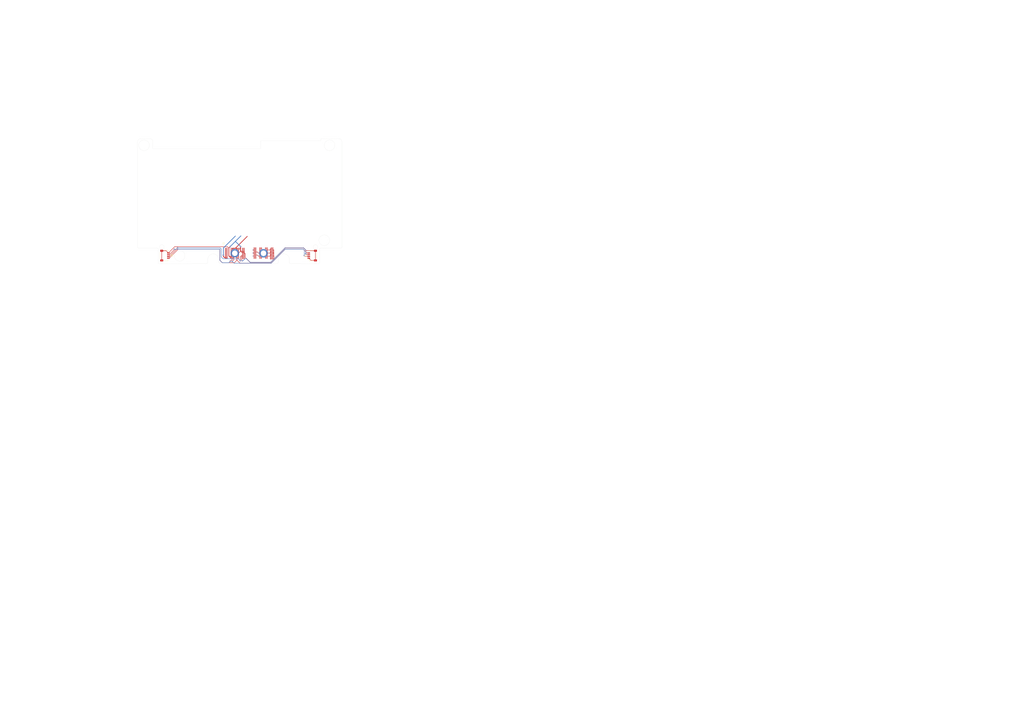
<source format=kicad_pcb>
(kicad_pcb (version 20221018) (generator pcbnew)
  (layers (0 "F.Cu" signal) (1 "In1.Cu" signal) (2 "In2.Cu" signal) (31 "B.Cu" signal) (34 "B.Paste" user) (35 "F.Paste" user) (36 "B.SilkS" user "B.Silkscreen") (37 "F.SilkS" user "F.Silkscreen") (38 "B.Mask" user) (39 "F.Mask" user) (44 "Edge.Cuts" user))
  (net 0 "")
  (net 1 "GND")
  (net 2 "/FAN1_PWM")
  (net 3 "/FAN1_SPEED")
  (net 4 "/3.3V")
  (net 7 "Net-(J3-GND-PadSB2)")
  (net 17 "/5V")
  (net 23 "VADP_GPU")
  (net 24 "Net-(J3-GND-PadPA6)")
  (net 25 "Net-(J3-VSYS_GPU-PadPA7)")
  (net 34 "/FAN0_SPEED")
  (net 35 "Net-(J3-GND-PadPH3)")
  (net 43 "/12V_FAN")
  (net 44 "/FAN0_PWM")
  (footprint "Connector_JST:JST_SH_SM04B-SRSS-TB_1x04-1MP_P1.00mm_Horizontal" (layer "F.Cu") (at 52.925 109.25 -90)
    (fp_text reference "J5" (at 0 -3.98 90) (layer "F.SilkS"))
    (fp_text value "FAN0")
    (fp_line (start -3.11 -1.785) (end -2.06 -1.785) (stroke (width 0.12)) (layer "F.SilkS"))
    (fp_line (start -3.11 0.715) (end -3.11 -1.785) (stroke (width 0.12)) (layer "F.SilkS"))
    (fp_line (start -2.06 -1.785) (end -2.06 -2.775) (stroke (width 0.12)) (layer "F.SilkS"))
    (fp_line (start -1.94 2.685) (end 1.94 2.685) (stroke (width 0.12)) (layer "F.SilkS"))
    (fp_line (start 3.11 -1.785) (end 2.06 -1.785) (stroke (width 0.12)) (layer "F.SilkS"))
    (fp_line (start 3.11 0.715) (end 3.11 -1.785) (stroke (width 0.12)) (layer "F.SilkS"))
    (pad "1" smd roundrect (at -1.5 -2 270) (size 0.6 1.55) (layers "F.Cu" "F.Paste" "F.Mask") (net 1 "GND"))
    (pad "2" smd roundrect (at -0.5 -2 270) (size 0.6 1.55) (layers "F.Cu" "F.Paste" "F.Mask") (net 44 "/FAN0_PWM"))
    (pad "3" smd roundrect (at 0.5 -2 270) (size 0.6 1.55) (layers "F.Cu" "F.Paste" "F.Mask") (net 34 "/FAN0_SPEED"))
    (pad "4" smd roundrect (at 1.5 -2 270) (size 0.6 1.55) (layers "F.Cu" "F.Paste" "F.Mask") (net 43 "/12V_FAN"))
    (pad "MP" smd roundrect (at -2.8 1.875 270) (size 1.2 1.8) (layers "F.Cu" "F.Paste" "F.Mask") (roundrect_rratio 0.208333) (net 1 "GND"))
    (pad "MP" smd roundrect (at 2.8 1.875 270) (size 1.2 1.8) (layers "F.Cu" "F.Paste" "F.Mask") (roundrect_rratio 0.208333) (net 1 "GND"))
  )
  (footprint "Connector_JST:JST_SH_SM04B-SRSS-TB_1x04-1MP_P1.00mm_Horizontal" (layer "F.Cu") (at 138.37 109.25 90)
    (fp_text reference "J1" (at 0 -3.98 90) (layer "F.SilkS"))
    (fp_text value "FAN1")
    (fp_line (start -3.11 -1.785) (end -2.06 -1.785) (stroke (width 0.12)) (layer "F.SilkS"))
    (fp_line (start -3.11 0.715) (end -3.11 -1.785) (stroke (width 0.12)) (layer "F.SilkS"))
    (fp_line (start -2.06 -1.785) (end -2.06 -2.775) (stroke (width 0.12)) (layer "F.SilkS"))
    (fp_line (start -1.94 2.685) (end 1.94 2.685) (stroke (width 0.12)) (layer "F.SilkS"))
    (fp_line (start 3.11 -1.785) (end 2.06 -1.785) (stroke (width 0.12)) (layer "F.SilkS"))
    (fp_line (start 3.11 0.715) (end 3.11 -1.785) (stroke (width 0.12)) (layer "F.SilkS"))
    (pad "1" smd roundrect (at -1.5 -2 90) (size 0.6 1.55) (layers "F.Cu" "F.Paste" "F.Mask") (net 1 "GND"))
    (pad "2" smd roundrect (at -0.5 -2 90) (size 0.6 1.55) (layers "F.Cu" "F.Paste" "F.Mask") (net 2 "/FAN1_PWM"))
    (pad "3" smd roundrect (at 0.5 -2 90) (size 0.6 1.55) (layers "F.Cu" "F.Paste" "F.Mask") (net 3 "/FAN1_SPEED"))
    (pad "4" smd roundrect (at 1.5 -2 90) (size 0.6 1.55) (layers "F.Cu" "F.Paste" "F.Mask") (net 43 "/12V_FAN"))
    (pad "MP" smd roundrect (at -2.8 1.875 90) (size 1.2 1.8) (layers "F.Cu" "F.Paste" "F.Mask") (roundrect_rratio 0.208333) (net 1 "GND"))
    (pad "MP" smd roundrect (at 2.8 1.875 90) (size 1.2 1.8) (layers "F.Cu" "F.Paste" "F.Mask") (roundrect_rratio 0.208333) (net 1 "GND"))
  )
  (footprint "Expansion_Bay:2x74P FXBeam" (layer "F.Cu") (at 101.78 107.9)
    (fp_text reference "J3" (at -15.08 -5.75 unlocked) (layer "F.SilkS") (effects (font (thickness 0.1))))
    (fp_text value "FW_EBI")
    (fp_circle (center -8.33 0) (end -6.63 0) (stroke (width 0.2)) (fill none) (layer "B.Cu"))
    (fp_circle (center -8.33 0) (end -6.44 0.005) (stroke (width 0.2)) (fill none) (layer "B.Cu"))
    (fp_circle (center -8.33 0) (end -6.265 0) (stroke (width 0.2)) (fill none) (layer "B.Cu"))
    (fp_circle (center -8.33 0) (end -6.075 0) (stroke (width 0.2)) (fill none) (layer "B.Cu"))
    (fp_circle (center -8.33 0) (end -5.93 0) (stroke (width 0.2)) (fill none) (layer "B.Cu"))
    (fp_circle (center 8.32 0) (end 10.02 0) (stroke (width 0.2)) (fill none) (layer "B.Cu"))
    (fp_circle (center 8.32 0) (end 10.21 0.005) (stroke (width 0.2)) (fill none) (layer "B.Cu"))
    (fp_circle (center 8.32 0) (end 10.385 0) (stroke (width 0.2)) (fill none) (layer "B.Cu"))
    (fp_circle (center 8.32 0) (end 10.575 0) (stroke (width 0.2)) (fill none) (layer "B.Cu"))
    (fp_circle (center 8.32 0) (end 10.72 0) (stroke (width 0.2)) (fill none) (layer "B.Cu"))
    (pad "" np_thru_hole circle (at -14.67 4.34) (size 1.5 1.5) (drill 1.5) (layers "F&B.Cu" "*.Mask"))
    (pad "" np_thru_hole circle (at -8.33 0) (size 2.7 2.7) (drill 2.7) (layers "F&B.Cu" "*.Mask"))
    (pad "" np_thru_hole circle (at -8.325 -4.2) (size 1.4 1.4) (drill 1.4) (layers "F&B.Cu" "*.Mask"))
    (pad "" np_thru_hole circle (at -1.99 4.345) (size 1.5 1.5) (drill 1.5) (layers "F&B.Cu" "*.Mask"))
    (pad "" np_thru_hole circle (at 1.98 -4.34) (size 1.5 1.5) (drill 1.5) (layers "F&B.Cu" "*.Mask"))
    (pad "" np_thru_hole circle (at 8.32 0) (size 2.7 2.7) (drill 2.7) (layers "F&B.Cu" "*.Mask"))
    (pad "" np_thru_hole circle (at 8.32 4.2) (size 1.4 1.4) (drill 1.4) (layers "F&B.Cu" "*.Mask"))
    (pad "" np_thru_hole circle (at 14.66 -4.34) (size 1.5 1.5) (drill 1.5) (layers "F&B.Cu" "*.Mask"))
    (pad "PA1" smd rect (at -2.95 -2.88) (size 0.7 0.4) (layers "F.Cu" "F.Paste" "F.Mask") (net 23 "VADP_GPU") (clearance 0.15))
    (pad "PA2" smd rect (at -3.81 -2.88) (size 0.7 0.4) (layers "F.Cu" "F.Paste" "F.Mask") (net 23 "VADP_GPU") (clearance 0.15))
    (pad "PA3" smd rect (at -6.25 -2.88) (size 0.7 0.4) (layers "F.Cu" "F.Paste" "F.Mask") (net 1 "GND") (clearance 0.15))
    (pad "PA4" smd rect (at -7.11 -2.88) (size 0.7 0.4) (layers "F.Cu" "F.Paste" "F.Mask") (net 4 "/3.3V") (clearance 0.15))
    (pad "PA5" smd rect (at -9.55 -2.88 180) (size 0.7 0.4) (layers "F.Cu" "F.Paste" "F.Mask") (net 4 "/3.3V") (clearance 0.15))
    (pad "PA6" smd rect (at -10.41 -2.88 180) (size 0.7 0.4) (layers "F.Cu" "F.Paste" "F.Mask") (net 24 "Net-(J3-GND-PadPA6)") (clearance 0.15))
    (pad "PA7" smd rect (at -12.85 -2.88) (size 0.7 0.4) (layers "F.Cu" "F.Paste" "F.Mask") (net 25 "Net-(J3-VSYS_GPU-PadPA7)") (clearance 0.15))
    (pad "PA8" smd rect (at -13.71 -2.88) (size 0.7 0.4) (layers "F.Cu" "F.Paste" "F.Mask") (net 25 "Net-(J3-VSYS_GPU-PadPA7)") (clearance 0.15))
    (pad "PB1" smd rect (at -2.95 -2.28) (size 0.7 0.4) (layers "F.Cu" "F.Paste" "F.Mask") (net 23 "VADP_GPU") (clearance 0.15))
    (pad "PB2" smd rect (at -3.81 -2.28) (size 0.7 0.4) (layers "F.Cu" "F.Paste" "F.Mask") (net 23 "VADP_GPU") (clearance 0.15))
    (pad "PB3" smd rect (at -6.25 -2.28) (size 0.7 0.4) (layers "F.Cu" "F.Paste" "F.Mask") (net 1 "GND") (clearance 0.15))
    (pad "PB4" smd rect (at -7.11 -2.28) (size 0.7 0.4) (layers "F.Cu" "F.Paste" "F.Mask") (net 4 "/3.3V") (clearance 0.15))
    (pad "PB5" smd rect (at -9.55 -2.28 180) (size 0.7 0.4) (layers "F.Cu" "F.Paste" "F.Mask") (net 4 "/3.3V") (clearance 0.15))
    (pad "PB6" smd rect (at -10.41 -2.28 180) (size 0.7 0.4) (layers "F.Cu" "F.Paste" "F.Mask") (net 24 "Net-(J3-GND-PadPA6)") (clearance 0.15))
    (pad "PB7" smd rect (at -12.85 -2.28) (size 0.7 0.4) (layers "F.Cu" "F.Paste" "F.Mask") (net 25 "Net-(J3-VSYS_GPU-PadPA7)") (clearance 0.15))
    (pad "PB8" smd rect (at -13.71 -2.28) (size 0.7 0.4) (layers "F.Cu" "F.Paste" "F.Mask") (net 25 "Net-(J3-VSYS_GPU-PadPA7)") (clearance 0.15))
    (pad "PC1" smd rect (at -2.95 -1.68) (size 0.7 0.4) (layers "F.Cu" "F.Paste" "F.Mask") (net 23 "VADP_GPU") (clearance 0.15))
    (pad "PC2" smd rect (at -3.81 -1.68) (size 0.7 0.4) (layers "F.Cu" "F.Paste" "F.Mask") (net 23 "VADP_GPU") (clearance 0.15))
    (pad "PC3" smd rect (at -6.25 -1.68) (size 0.7 0.4) (layers "F.Cu" "F.Paste" "F.Mask") (clearance 0.15))
    (pad "PC6" smd rect (at -10.41 -1.68 180) (size 0.7 0.4) (layers "F.Cu" "F.Paste" "F.Mask") (net 24 "Net-(J3-GND-PadPA6)") (clearance 0.15))
    (pad "PC7" smd rect (at -12.85 -1.68) (size 0.7 0.4) (layers "F.Cu" "F.Paste" "F.Mask") (net 25 "Net-(J3-VSYS_GPU-PadPA7)") (clearance 0.15))
    (pad "PC8" smd rect (at -13.71 -1.68) (size 0.7 0.4) (layers "F.Cu" "F.Paste" "F.Mask") (net 25 "Net-(J3-VSYS_GPU-PadPA7)") (clearance 0.15))
    (pad "PD1" smd rect (at -2.95 -1.08) (size 0.7 0.4) (layers "F.Cu" "F.Paste" "F.Mask") (net 1 "GND") (clearance 0.15))
    (pad "PD2" smd rect (at -3.81 -1.08) (size 0.7 0.4) (layers "F.Cu" "F.Paste" "F.Mask") (net 1 "GND") (clearance 0.15))
    (pad "PD3" smd rect (at -6.25 -1.08) (size 0.7 0.4) (layers "F.Cu" "F.Paste" "F.Mask") (clearance 0.15))
    (pad "PD6" smd rect (at -10.41 -1.08 180) (size 0.7 0.4) (layers "F.Cu" "F.Paste" "F.Mask") (net 24 "Net-(J3-GND-PadPA6)") (clearance 0.15))
    (pad "PD7" smd rect (at -12.85 -1.08) (size 0.7 0.4) (layers "F.Cu" "F.Paste" "F.Mask") (net 25 "Net-(J3-VSYS_GPU-PadPA7)") (clearance 0.15))
    (pad "PD8" smd rect (at -13.71 -1.08) (size 0.7 0.4) (layers "F.Cu" "F.Paste" "F.Mask") (net 25 "Net-(J3-VSYS_GPU-PadPA7)") (clearance 0.15))
    (pad "PE1" smd rect (at -2.95 -0.48) (size 0.7 0.4) (layers "F.Cu" "F.Paste" "F.Mask") (net 1 "GND") (clearance 0.15))
    (pad "PE2" smd rect (at -3.81 -0.48) (size 0.7 0.4) (layers "F.Cu" "F.Paste" "F.Mask") (net 1 "GND") (clearance 0.15))
    (pad "PE3" smd rect (at -6.25 -0.48) (size 0.7 0.4) (layers "F.Cu" "F.Paste" "F.Mask") (net 1 "GND") (clearance 0.15))
    (pad "PE6" smd rect (at -10.41 -0.48 180) (size 0.7 0.4) (layers "F.Cu" "F.Paste" "F.Mask") (net 24 "Net-(J3-GND-PadPA6)") (clearance 0.15))
    (pad "PE7" smd rect (at -12.85 -0.48) (size 0.7 0.4) (layers "F.Cu" "F.Paste" "F.Mask") (net 25 "Net-(J3-VSYS_GPU-PadPA7)") (clearance 0.15))
    (pad "PE8" smd rect (at -13.71 -0.48) (size 0.7 0.4) (layers "F.Cu" "F.Paste" "F.Mask") (net 25 "Net-(J3-VSYS_GPU-PadPA7)") (clearance 0.15))
    (pad "PF1" smd rect (at -2.95 0.12) (size 0.7 0.4) (layers "F.Cu" "F.Paste" "F.Mask") (net 1 "GND") (clearance 0.15))
    (pad "PF2" smd rect (at -3.81 0.12) (size 0.7 0.4) (layers "F.Cu" "F.Paste" "F.Mask") (clearance 0.15))
    (pad "PF3" smd rect (at -6.25 0.12) (size 0.7 0.4) (layers "F.Cu" "F.Paste" "F.Mask") (clearance 0.15))
    (pad "PF6" smd rect (at -10.41 0.12 180) (size 0.7 0.4) (layers "F.Cu" "F.Paste" "F.Mask") (net 24 "Net-(J3-GND-PadPA6)") (clearance 0.15))
    (pad "PF7" smd rect (at -12.85 0.12) (size 0.7 0.4) (layers "F.Cu" "F.Paste" "F.Mask") (net 25 "Net-(J3-VSYS_GPU-PadPA7)") (clearance 0.15))
    (pad "PF8" smd rect (at -13.71 0.12) (size 0.7 0.4) (layers "F.Cu" "F.Paste" "F.Mask") (net 25 "Net-(J3-VSYS_GPU-PadPA7)") (clearance 0.15))
    (pad "PG1" smd rect (at -2.95 0.72) (size 0.7 0.4) (layers "F.Cu" "F.Paste" "F.Mask") (clearance 0.15))
    (pad "PG2" smd rect (at -3.81 0.72) (size 0.7 0.4) (layers "F.Cu" "F.Paste" "F.Mask") (clearance 0.15))
    (pad "PG3" smd rect (at -6.25 0.72) (size 0.7 0.4) (layers "F.Cu" "F.Paste" "F.Mask") (clearance 0.15))
    (pad "PG6" smd rect (at -10.41 0.72 180) (size 0.7 0.4) (layers "F.Cu" "F.Paste" "F.Mask") (net 24 "Net-(J3-GND-PadPA6)") (clearance 0.15))
    (pad "PG7" smd rect (at -12.85 0.72) (size 0.7 0.4) (layers "F.Cu" "F.Paste" "F.Mask") (net 25 "Net-(J3-VSYS_GPU-PadPA7)") (clearance 0.15))
    (pad "PG8" smd rect (at -13.71 0.72) (size 0.7 0.4) (layers "F.Cu" "F.Paste" "F.Mask") (net 25 "Net-(J3-VSYS_GPU-PadPA7)") (clearance 0.15))
    (pad "PH1" smd rect (at -2.95 1.32) (size 0.7 0.4) (layers "F.Cu" "F.Paste" "F.Mask") (clearance 0.15))
    (pad "PH2" smd rect (at -3.81 1.32) (size 0.7 0.4) (layers "F.Cu" "F.Paste" "F.Mask") (net 34 "/FAN0_SPEED") (clearance 0.15))
    (pad "PH3" smd rect (at -6.25 1.32) (size 0.7 0.4) (layers "F.Cu" "F.Paste" "F.Mask") (net 35 "Net-(J3-GND-PadPH3)") (clearance 0.15))
    (pad "PH6" smd rect (at -10.41 1.32 180) (size 0.7 0.4) (layers "F.Cu" "F.Paste" "F.Mask") (net 24 "Net-(J3-GND-PadPA6)") (clearance 0.15))
    (pad "PH7" smd rect (at -12.85 1.32) (size 0.7 0.4) (layers "F.Cu" "F.Paste" "F.Mask") (net 24 "Net-(J3-GND-PadPA6)") (clearance 0.15))
    (pad "PH8" smd rect (at -13.71 1.32) (size 0.7 0.4) (layers "F.Cu" "F.Paste" "F.Mask") (net 24 "Net-(J3-GND-PadPA6)") (clearance 0.15))
    (pad "PJ1" smd rect (at -2.95 1.92) (size 0.7 0.4) (layers "F.Cu" "F.Paste" "F.Mask") (clearance 0.15))
    (pad "PJ2" smd rect (at -3.81 1.92) (size 0.7 0.4) (layers "F.Cu" "F.Paste" "F.Mask") (net 3 "/FAN1_SPEED") (clearance 0.15))
    (pad "PJ3" smd rect (at -6.25 1.92) (size 0.7 0.4) (layers "F.Cu" "F.Paste" "F.Mask") (clearance 0.15))
    (pad "PJ6" smd rect (at -10.41 1.92 180) (size 0.7 0.4) (layers "F.Cu" "F.Paste" "F.Mask") (net 1 "GND") (clearance 0.15))
    (pad "PJ7" smd rect (at -12.85 1.92) (size 0.7 0.4) (layers "F.Cu" "F.Paste" "F.Mask") (net 24 "Net-(J3-GND-PadPA6)") (clearance 0.15))
    (pad "PJ8" smd rect (at -13.71 1.92) (size 0.7 0.4) (layers "F.Cu" "F.Paste" "F.Mask") (net 24 "Net-(J3-GND-PadPA6)") (clearance 0.15))
    (pad "PK1" smd rect (at -2.95 2.52) (size 0.7 0.4) (layers "F.Cu" "F.Paste" "F.Mask") (clearance 0.15))
    (pad "PK2" smd rect (at -3.81 2.52) (size 0.7 0.4) (layers "F.Cu" "F.Paste" "F.Mask") (clearance 0.15))
    (pad "PK3" smd rect (at -6.25 2.52) (size 0.7 0.4) (layers "F.Cu" "F.Paste" "F.Mask") (clearance 0.15))
    (pad "PK4" smd rect (at -7.11 2.52) (size 0.7 0.4) (layers "F.Cu" "F.Paste" "F.Mask") (net 1 "GND") (clearance 0.15))
    (pad "PK5" smd rect (at -9.55 2.52 180) (size 0.7 0.4) (layers "F.Cu" "F.Paste" "F.Mask") (net 2 "/FAN1_PWM") (clearance 0.15))
    (pad "PK6" smd rect (at -10.41 2.52 180) (size 0.7 0.4) (layers "F.Cu" "F.Paste" "F.Mask") (net 1 "GND") (clearance 0.15))
    (pad "PK7" smd rect (at -12.85 2.52) (size 0.7 0.4) (layers "F.Cu" "F.Paste" "F.Mask") (net 17 "/5V") (clearance 0.15))
    (pad "PK8" smd rect (at -13.71 2.52) (size 0.7 0.4) (layers "F.Cu" "F.Paste" "F.Mask") (net 17 "/5V") (clearance 0.15))
    (pad "PL1" smd rect (at -2.95 3.12) (size 0.7 0.4) (layers "F.Cu" "F.Paste" "F.Mask") (clearance 0.15))
    (pad "PL2" smd rect (at -3.81 3.12) (size 0.7 0.4) (layers "F.Cu" "F.Paste" "F.Mask") (clearance 0.15))
    (pad "PL3" smd rect (at -6.25 3.12) (size 0.7 0.4) (layers "F.Cu" "F.Paste" "F.Mask") (net 35 "Net-(J3-GND-PadPH3)") (clearance 0.15))
    (pad "PL4" smd rect (at -7.11 3.12) (size 0.7 0.4) (layers "F.Cu" "F.Paste" "F.Mask") (net 43 "/12V_FAN") (clearance 0.15))
    (pad "PL5" smd rect (at -9.55 3.12 180) (size 0.7 0.4) (layers "F.Cu" "F.Paste" "F.Mask") (net 44 "/FAN0_PWM") (clearance 0.15))
    (pad "PL6" smd rect (at -10.41 3.12 180) (size 0.7 0.4) (layers "F.Cu" "F.Paste" "F.Mask") (net 1 "GND") (clearance 0.15))
    (pad "PL7" smd rect (at -12.85 3.12) (size 0.7 0.4) (layers "F.Cu" "F.Paste" "F.Mask") (net 17 "/5V") (clearance 0.15))
    (pad "PL8" smd rect (at -13.71 3.12) (size 0.7 0.4) (layers "F.Cu" "F.Paste" "F.Mask") (net 17 "/5V") (clearance 0.15))
    (pad "SA1" smd rect (at 13.7 -3.12) (size 0.7 0.4) (layers "F.Cu" "F.Paste" "F.Mask") (clearance 0.15))
    (pad "SA2" smd rect (at 12.84 -3.12) (size 0.7 0.4) (layers "F.Cu" "F.Paste" "F.Mask") (clearance 0.15))
    (pad "SA3" smd rect (at 10.4 -3.12) (size 0.7 0.4) (layers "F.Cu" "F.Paste" "F.Mask") (clearance 0.15))
    (pad "SA4" smd rect (at 9.54 -3.12) (size 0.7 0.4) (layers "F.Cu" "F.Paste" "F.Mask") (clearance 0.15))
    (pad "SA5" smd rect (at 7.1 -3.12 180) (size 0.7 0.4) (layers "F.Cu" "F.Paste" "F.Mask") (clearance 0.15))
    (pad "SA6" smd rect (at 6.24 -3.12 180) (size 0.7 0.4) (layers "F.Cu" "F.Paste" "F.Mask") (clearance 0.15))
    (pad "SA7" smd rect (at 3.8 -3.12) (size 0.7 0.4) (layers "F.Cu" "F.Paste" "F.Mask") (clearance 0.15))
    (pad "SA8" smd rect (at 2.94 -3.12) (size 0.7 0.4) (layers "F.Cu" "F.Paste" "F.Mask") (clearance 0.15))
    (pad "SB1" smd rect (at 13.7 -2.52) (size 0.7 0.4) (layers "F.Cu" "F.Paste" "F.Mask") (clearance 0.15))
    (pad "SB2" smd rect (at 12.84 -2.52) (size 0.7 0.4) (layers "F.Cu" "F.Paste" "F.Mask") (net 7 "Net-(J3-GND-PadSB2)") (clearance 0.15))
    (pad "SB3" smd rect (at 10.4 -2.52) (size 0.7 0.4) (layers "F.Cu" "F.Paste" "F.Mask") (clearance 0.15))
    (pad "SB4" smd rect (at 9.54 -2.52) (size 0.7 0.4) (layers "F.Cu" "F.Paste" "F.Mask") (clearance 0.15))
    (pad "SB5" smd rect (at 7.1 -2.52 180) (size 0.7 0.4) (layers "F.Cu" "F.Paste" "F.Mask") (clearance 0.15))
    (pad "SB6" smd rect (at 6.24 -2.52 180) (size 0.7 0.4) (layers "F.Cu" "F.Paste" "F.Mask") (clearance 0.15))
    (pad "SB7" smd rect (at 3.8 -2.52) (size 0.7 0.4) (layers "F.Cu" "F.Paste" "F.Mask") (net 7 "Net-(J3-GND-PadSB2)") (clearance 0.15))
    (pad "SB8" smd rect (at 2.94 -2.52) (size 0.7 0.4) (layers "F.Cu" "F.Paste" "F.Mask") (clearance 0.15))
    (pad "SC1" smd rect (at 13.7 -1.92) (size 0.7 0.4) (layers "F.Cu" "F.Paste" "F.Mask") (net 7 "Net-(J3-GND-PadSB2)") (clearance 0.15))
    (pad "SC2" smd rect (at 12.84 -1.92) (size 0.7 0.4) (layers "F.Cu" "F.Paste" "F.Mask") (clearance 0.15))
    (pad "SC3" smd rect (at 10.4 -1.92) (size 0.7 0.4) (layers "F.Cu" "F.Paste" "F.Mask") (net 7 "Net-(J3-GND-PadSB2)") (clearance 0.15))
    (pad "SC6" smd rect (at 6.24 -1.92 180) (size 0.7 0.4) (layers "F.Cu" "F.Paste" "F.Mask") (net 7 "Net-(J3-GND-PadSB2)") (clearance 0.15))
    (pad "SC7" smd rect (at 3.8 -1.92) (size 0.7 0.4) (layers "F.Cu" "F.Paste" "F.Mask") (clearance 0.15))
    (pad "SC8" smd rect (at 2.94 -1.92) (size 0.7 0.4) (layers "F.Cu" "F.Paste" "F.Mask") (net 7 "Net-(J3-GND-PadSB2)") (clearance 0.15))
    (pad "SD1" smd rect (at 13.7 -1.32) (size 0.7 0.4) (layers "F.Cu" "F.Paste" "F.Mask") (clearance 0.15))
    (pad "SD2" smd rect (at 12.84 -1.32) (size 0.7 0.4) (layers "F.Cu" "F.Paste" "F.Mask") (clearance 0.15))
    (pad "SD3" smd rect (at 10.4 -1.32) (size 0.7 0.4) (layers "F.Cu" "F.Paste" "F.Mask") (clearance 0.15))
    (pad "SD6" smd rect (at 6.24 -1.32 180) (size 0.7 0.4) (layers "F.Cu" "F.Paste" "F.Mask") (clearance 0.15))
    (pad "SD7" smd rect (at 3.8 -1.32) (size 0.7 0.4) (layers "F.Cu" "F.Paste" "F.Mask") (clearance 0.15))
    (pad "SD8" smd rect (at 2.94 -1.32) (size 0.7 0.4) (layers "F.Cu" "F.Paste" "F.Mask") (clearance 0.15))
    (pad "SE1" smd rect (at 13.7 -0.72) (size 0.7 0.4) (layers "F.Cu" "F.Paste" "F.Mask") (clearance 0.15))
    (pad "SE2" smd rect (at 12.84 -0.72) (size 0.7 0.4) (layers "F.Cu" "F.Paste" "F.Mask") (net 7 "Net-(J3-GND-PadSB2)") (clearance 0.15))
    (pad "SE3" smd rect (at 10.4 -0.72) (size 0.7 0.4) (layers "F.Cu" "F.Paste" "F.Mask") (clearance 0.15))
    (pad "SE6" smd rect (at 6.24 -0.72 180) (size 0.7 0.4) (layers "F.Cu" "F.Paste" "F.Mask") (clearance 0.15))
    (pad "SE7" smd rect (at 3.8 -0.72) (size 0.7 0.4) (layers "F.Cu" "F.Paste" "F.Mask") (net 7 "Net-(J3-GND-PadSB2)") (clearance 0.15))
    (pad "SE8" smd rect (at 2.94 -0.72) (size 0.7 0.4) (layers "F.Cu" "F.Paste" "F.Mask") (clearance 0.15))
    (pad "SF1" smd rect (at 13.7 -0.12) (size 0.7 0.4) (layers "F.Cu" "F.Paste" "F.Mask") (net 7 "Net-(J3-GND-PadSB2)") (clearance 0.15))
    (pad "SF2" smd rect (at 12.84 -0.12) (size 0.7 0.4) (layers "F.Cu" "F.Paste" "F.Mask") (clearance 0.15))
    (pad "SF3" smd rect (at 10.4 -0.12) (size 0.7 0.4) (layers "F.Cu" "F.Paste" "F.Mask") (net 7 "Net-(J3-GND-PadSB2)") (clearance 0.15))
    (pad "SF6" smd rect (at 6.24 -0.12 180) (size 0.7 0.4) (layers "F.Cu" "F.Paste" "F.Mask") (net 7 "Net-(J3-GND-PadSB2)") (clearance 0.15))
    (pad "SF7" smd rect (at 3.8 -0.12) (size 0.7 0.4) (layers "F.Cu" "F.Paste" "F.Mask") (clearance 0.15))
    (pad "SF8" smd rect (at 2.94 -0.12) (size 0.7 0.4) (layers "F.Cu" "F.Paste" "F.Mask") (net 7 "Net-(J3-GND-PadSB2)") (clearance 0.15))
    (pad "SG1" smd rect (at 13.7 0.48) (size 0.7 0.4) (layers "F.Cu" "F.Paste" "F.Mask") (clearance 0.15))
    (pad "SG2" smd rect (at 12.84 0.48) (size 0.7 0.4) (layers "F.Cu" "F.Paste" "F.Mask") (clearance 0.15))
    (pad "SG3" smd rect (at 10.4 0.48) (size 0.7 0.4) (layers "F.Cu" "F.Paste" "F.Mask") (clearance 0.15))
    (pad "SG6" smd rect (at 6.24 0.48 180) (size 0.7 0.4) (layers "F.Cu" "F.Paste" "F.Mask") (clearance 0.15))
    (pad "SG7" smd rect (at 3.8 0.48) (size 0.7 0.4) (layers "F.Cu" "F.Paste" "F.Mask") (clearance 0.15))
    (pad "SG8" smd rect (at 2.94 0.48) (size 0.7 0.4) (layers "F.Cu" "F.Paste" "F.Mask") (clearance 0.15))
    (pad "SH1" smd rect (at 13.7 1.08) (size 0.7 0.4) (layers "F.Cu" "F.Paste" "F.Mask") (clearance 0.15))
    (pad "SH2" smd rect (at 12.84 1.08) (size 0.7 0.4) (layers "F.Cu" "F.Paste" "F.Mask") (net 7 "Net-(J3-GND-PadSB2)") (clearance 0.15))
    (pad "SH3" smd rect (at 10.4 1.08) (size 0.7 0.4) (layers "F.Cu" "F.Paste" "F.Mask") (clearance 0.15))
    (pad "SH6" smd rect (at 6.24 1.08 180) (size 0.7 0.4) (layers "F.Cu" "F.Paste" "F.Mask") (clearance 0.15))
    (pad "SH7" smd rect (at 3.8 1.08) (size 0.7 0.4) (layers "F.Cu" "F.Paste" "F.Mask") (net 7 "Net-(J3-GND-PadSB2)") (clearance 0.15))
    (pad "SH8" smd rect (at 2.94 1.08) (size 0.7 0.4) (layers "F.Cu" "F.Paste" "F.Mask") (clearance 0.15))
    (pad "SJ1" smd rect (at 13.7 1.68) (size 0.7 0.4) (layers "F.Cu" "F.Paste" "F.Mask") (net 7 "Net-(J3-GND-PadSB2)") (clearance 0.15))
    (pad "SJ2" smd rect (at 12.84 1.68) (size 0.7 0.4) (layers "F.Cu" "F.Paste" "F.Mask") (clearance 0.15))
    (pad "SJ3" smd rect (at 10.4 1.68) (size 0.7 0.4) (layers "F.Cu" "F.Paste" "F.Mask") (net 7 "Net-(J3-GND-PadSB2)") (clearance 0.15))
    (pad "SJ6" smd rect (at 6.24 1.68 180) (size 0.7 0.4) (layers "F.Cu" "F.Paste" "F.Mask") (net 7 "Net-(J3-GND-PadSB2)") (clearance 0.15))
    (pad "SJ7" smd rect (at 3.8 1.68) (size 0.7 0.4) (layers "F.Cu" "F.Paste" "F.Mask") (clearance 0.15))
    (pad "SJ8" smd rect (at 2.94 1.68) (size 0.7 0.4) (layers "F.Cu" "F.Paste" "F.Mask") (net 7 "Net-(J3-GND-PadSB2)") (clearance 0.15))
    (pad "SK1" smd rect (at 13.7 2.28) (size 0.7 0.4) (layers "F.Cu" "F.Paste" "F.Mask") (clearance 0.15))
    (pad "SK2" smd rect (at 12.84 2.28) (size 0.7 0.4) (layers "F.Cu" "F.Paste" "F.Mask") (clearance 0.15))
    (pad "SK3" smd rect (at 10.4 2.28) (size 0.7 0.4) (layers "F.Cu" "F.Paste" "F.Mask") (clearance 0.15))
    (pad "SK4" smd rect (at 9.54 2.28) (size 0.7 0.4) (layers "F.Cu" "F.Paste" "F.Mask") (clearance 0.15))
    (pad "SK5" smd rect (at 7.1 2.28 180) (size 0.7 0.4) (layers "F.Cu" "F.Paste" "F.Mask") (clearance 0.15))
    (pad "SK6" smd rect (at 6.24 2.28 180) (size 0.7 0.4) (layers "F.Cu" "F.Paste" "F.Mask") (clearance 0.15))
    (pad "SK7" smd rect (at 3.8 2.28) (size 0.7 0.4) (layers "F.Cu" "F.Paste" "F.Mask") (clearance 0.15))
    (pad "SK8" smd rect (at 2.94 2.28) (size 0.7 0.4) (layers "F.Cu" "F.Paste" "F.Mask") (clearance 0.15))
    (pad "SL1" smd rect (at 13.7 2.88) (size 0.7 0.4) (layers "F.Cu" "F.Paste" "F.Mask") (clearance 0.15))
    (pad "SL2" smd rect (at 12.84 2.88) (size 0.7 0.4) (layers "F.Cu" "F.Paste" "F.Mask") (clearance 0.15))
    (pad "SL3" smd rect (at 10.4 2.88) (size 0.7 0.4) (layers "F.Cu" "F.Paste" "F.Mask") (clearance 0.15))
    (pad "SL4" smd rect (at 9.54 2.88) (size 0.7 0.4) (layers "F.Cu" "F.Paste" "F.Mask") (clearance 0.15))
    (pad "SL5" smd rect (at 7.1 2.88 180) (size 0.7 0.4) (layers "F.Cu" "F.Paste" "F.Mask") (clearance 0.15))
    (pad "SL6" smd rect (at 6.24 2.88 180) (size 0.7 0.4) (layers "F.Cu" "F.Paste" "F.Mask") (clearance 0.15))
    (pad "SL7" smd rect (at 3.8 2.88) (size 0.7 0.4) (layers "F.Cu" "F.Paste" "F.Mask") (clearance 0.15))
    (pad "SL8" smd rect (at 2.94 2.88) (size 0.7 0.4) (layers "F.Cu" "F.Paste" "F.Mask") (clearance 0.15))
  )
  (gr_arc (start 80.95 108.26) (mid 83.177407 109.182602) (end 84.1 111.41) (stroke (width 0.05)) (layer "Edge.Cuts"))
  (gr_line (start 84.1 112.86) (end 84.1 111.41) (stroke (width 0.05)) (layer "Edge.Cuts"))
  (gr_arc (start 43.95 41.36) (mid 45.364234 41.945775) (end 45.95 43.36) (stroke (width 0.05)) (layer "Edge.Cuts"))
  (gr_line (start 77.3 113.846447) (end 65.95 113.86) (stroke (width 0.05)) (layer "Edge.Cuts"))
  (gr_circle (center 51.1 104.26) (end 52.4 104.26) (stroke (width 0.05)) (fill none) (layer "Edge.Cuts"))
  (gr_line (start 65.95 113.86) (end 49.5 113.86) (stroke (width 0.05)) (layer "Edge.Cuts"))
  (gr_line (start 39 41.36) (end 43.95 41.36) (stroke (width 0.05)) (layer "Edge.Cuts"))
  (gr_line (start 118.8 112.86) (end 118.8 111.41) (stroke (width 0.05)) (layer "Edge.Cuts"))
  (gr_arc (start 153.65 41.36) (mid 155.064234 41.945775) (end 155.65 43.36) (stroke (width 0.05)) (layer "Edge.Cuts"))
  (gr_arc (start 142.65 105.36) (mid 142.796443 105.006433) (end 143.15 104.86) (stroke (width 0.05)) (layer "Edge.Cuts"))
  (gr_line (start 125.6002 113.846447) (end 133.95 113.86) (stroke (width 0.05)) (layer "Edge.Cuts"))
  (gr_circle (center 40.8097 45.26) (end 43.9097 45.26) (stroke (width 0.05)) (fill none) (layer "Edge.Cuts"))
  (gr_arc (start 142.65 113.36) (mid 142.50355 113.713539) (end 142.15 113.86) (stroke (width 0.05)) (layer "Edge.Cuts"))
  (gr_line (start 45.95 43.36) (end 45.95 47.16) (stroke (width 0.05)) (layer "Edge.Cuts"))
  (gr_line (start 155.65 43.36) (end 155.65 104.36) (stroke (width 0.05)) (layer "Edge.Cuts"))
  (gr_arc (start 118.8 111.41) (mid 119.722611 109.1826) (end 121.95 108.26) (stroke (width 0.05)) (layer "Edge.Cuts"))
  (gr_arc (start 77.8 113.346447) (mid 77.653553 113.7) (end 77.3 113.846447) (stroke (width 0.05)) (layer "Edge.Cuts"))
  (gr_arc (start 48.5 104.86) (mid 48.853574 105.006435) (end 49 105.36) (stroke (width 0.05)) (layer "Edge.Cuts"))
  (gr_arc (start 37 43.36) (mid 37.585783 41.945772) (end 39 41.36) (stroke (width 0.05)) (layer "Edge.Cuts"))
  (gr_arc (start 125.6002 113.846447) (mid 125.246647 113.7) (end 125.1002 113.346447) (stroke (width 0.05)) (layer "Edge.Cuts"))
  (gr_line (start 125.1 111.41) (end 125.1002 113.346447) (stroke (width 0.05)) (layer "Edge.Cuts"))
  (gr_arc (start 77.8002 111.41) (mid 78.722784 109.182584) (end 80.9502 108.26) (stroke (width 0.05)) (layer "Edge.Cuts"))
  (gr_line (start 37.5 104.86) (end 48.5 104.86) (stroke (width 0.05)) (layer "Edge.Cuts"))
  (gr_arc (start 85.1 113.86) (mid 84.392914 113.567095) (end 84.1 112.86) (stroke (width 0.05)) (layer "Edge.Cuts"))
  (gr_circle (center 140.3 104.26) (end 141.6 104.26) (stroke (width 0.05)) (fill none) (layer "Edge.Cuts"))
  (gr_line (start 45.95 47.16) (end 108.45 47.16) (stroke (width 0.05)) (layer "Edge.Cuts"))
  (gr_line (start 49 113.36) (end 49 105.36) (stroke (width 0.05)) (layer "Edge.Cuts"))
  (gr_line (start 108.45 47.16) (end 108.45 42.56) (stroke (width 0.05)) (layer "Edge.Cuts"))
  (gr_arc (start 37.5 104.86) (mid 37.146468 104.713542) (end 37 104.36) (stroke (width 0.05)) (layer "Edge.Cuts"))
  (gr_circle (center 145.35 100.36) (end 148.45 100.36) (stroke (width 0.05)) (fill none) (layer "Edge.Cuts"))
  (gr_line (start 153.65 41.36) (end 143.45 41.36) (stroke (width 0.05)) (layer "Edge.Cuts"))
  (gr_line (start 143.45 41.36) (end 143.45 42.56) (stroke (width 0.05)) (layer "Edge.Cuts"))
  (gr_arc (start 118.8 112.86) (mid 118.507104 113.567093) (end 117.8 113.86) (stroke (width 0.05)) (layer "Edge.Cuts"))
  (gr_line (start 155.15 104.86) (end 143.15 104.86) (stroke (width 0.05)) (layer "Edge.Cuts"))
  (gr_line (start 77.8002 111.41) (end 77.8 113.346447) (stroke (width 0.05)) (layer "Edge.Cuts"))
  (gr_arc (start 121.95 108.26) (mid 124.177416 109.182584) (end 125.1 111.41) (stroke (width 0.05)) (layer "Edge.Cuts"))
  (gr_line (start 142.65 113.36) (end 142.65 105.36) (stroke (width 0.05)) (layer "Edge.Cuts"))
  (gr_line (start 117.8 113.86) (end 85.1 113.86) (stroke (width 0.05)) (layer "Edge.Cuts"))
  (gr_arc (start 49.5 113.86) (mid 49.146468 113.713542) (end 49 113.36) (stroke (width 0.05)) (layer "Edge.Cuts"))
  (gr_circle (center 61.45 109.36) (end 64.55 109.36) (stroke (width 0.05)) (fill none) (layer "Edge.Cuts"))
  (gr_line (start 108.45 42.56) (end 143.45 42.56) (stroke (width 0.05)) (layer "Edge.Cuts"))
  (gr_arc (start 155.65 104.36) (mid 155.50355 104.713539) (end 155.15 104.86) (stroke (width 0.05)) (layer "Edge.Cuts"))
  (gr_line (start 37 104.36) (end 37 43.36) (stroke (width 0.05)) (layer "Edge.Cuts"))
  (gr_circle (center 148.45 45.26) (end 151.55 45.26) (stroke (width 0.05)) (fill none) (layer "Edge.Cuts"))
  (gr_line (start 142.15 113.86) (end 133.95 113.86) (stroke (width 0.05)) (layer "Edge.Cuts"))
  (segment (start 96.8 106.2) (end 96.8 105.2) (width 0.4) (layer "F.Cu") (net 1))
  (segment (start 97.97 107.42) (end 97.97 106.82) (width 0.25) (layer "F.Cu") (net 1))
  (segment (start 89.185 104.075) (end 90 104.89) (width 0.25) (layer "F.Cu") (net 1))
  (segment (start 99.505 110.305) (end 102.4 113.2) (width 0.25) (layer "F.Cu") (net 1))
  (segment (start 53.625 106.45) (end 54.925 107.75) (width 0.25) (layer "F.Cu") (net 1))
  (segment (start 51.05 106.45) (end 53.625 106.45) (width 0.25) (layer "F.Cu") (net 1))
  (segment (start 116.08 107.78) (end 116.105 107.755) (width 0.25) (layer "F.Cu") (net 1))
  (segment (start 116.105 107.755) (end 116.105 106.005) (width 0.25) (layer "F.Cu") (net 1))
  (segment (start 51.05 112.05) (end 51.05 106.45) (width 0.25) (layer "F.Cu") (net 1))
  (segment (start 113.995 107.205) (end 114.02 107.18) (width 0.25) (layer "F.Cu") (net 1))
  (segment (start 114.12 108.98) (end 113.995 109.105) (width 0.25) (layer "F.Cu") (net 1))
  (segment (start 133.4 104.8) (end 135.05 106.45) (width 0.25) (layer "F.Cu") (net 1))
  (segment (start 135.05 106.45) (end 140.245 106.45) (width 0.25) (layer "F.Cu") (net 1))
  (segment (start 140.245 112.05) (end 137.67 112.05) (width 0.25) (layer "F.Cu") (net 1))
  (segment (start 114.02 108.98) (end 113.995 108.955) (width 0.25) (layer "F.Cu") (net 1))
  (segment (start 115.48 107.78) (end 116.08 107.78) (width 0.25) (layer "F.Cu") (net 1))
  (segment (start 116.105 107.905) (end 115.98 107.78) (width 0.25) (layer "F.Cu") (net 1))
  (segment (start 96.8 105.2) (end 96.8 104.6) (width 0.4) (layer "F.Cu") (net 1))
  (segment (start 114.02 105.38) (end 114.62 105.38) (width 0.25) (layer "F.Cu") (net 1))
  (segment (start 113.995 105.405) (end 114.02 105.38) (width 0.25) (layer "F.Cu") (net 1))
  (segment (start 90 109.4) (end 90.42 109.82) (width 0.4) (layer "F.Cu") (net 1))
  (segment (start 94.67 110.42) (end 94.07 109.82) (width 0.25) (layer "F.Cu") (net 1))
  (segment (start 98.83 107.42) (end 97.97 107.42) (width 0.25) (layer "F.Cu") (net 1))
  (segment (start 96.38 105.62) (end 96.8 105.2) (width 0.25) (layer "F.Cu") (net 1))
  (segment (start 58.6 104.075) (end 89.185 104.075) (width 0.25) (layer "F.Cu") (net 1))
  (segment (start 140.245 106.45) (end 140.245 112.05) (width 0.25) (layer "F.Cu") (net 1))
  (segment (start 98.83 107.42) (end 98.83 108.02) (width 0.25) (layer "F.Cu") (net 1))
  (segment (start 113.975 105.98) (end 113.995 106) (width 0.25) (layer "F.Cu") (net 1))
  (segment (start 96.8 106.75) (end 96.8 106.2) (width 0.4) (layer "F.Cu") (net 1))
  (segment (start 116.105 109.555) (end 116.105 107.905) (width 0.25) (layer "F.Cu") (net 1))
  (segment (start 96.8 106.25) (end 96.8 106.2) (width 0.25) (layer "F.Cu") (net 1))
  (segment (start 114.62 108.98) (end 114.02 108.98) (width 0.25) (layer "F.Cu") (net 1))
  (segment (start 114.62 108.98) (end 114.12 108.98) (width 0.25) (layer "F.Cu") (net 1))
  (segment (start 99.43 108.02) (end 99.505 108.095) (width 0.25) (layer "F.Cu") (net 1))
  (segment (start 113.995 106) (end 113.995 105.405) (width 0.25) (layer "F.Cu") (net 1))
  (segment (start 113.975 107.78) (end 113.995 107.8) (width 0.25) (layer "F.Cu") (net 1))
  (segment (start 116.105 111.255) (end 116.2 111.16) (width 0.25) (layer "F.Cu") (net 1))
  (segment (start 116.2 109.7) (end 116.08 109.58) (width 0.25) (layer "F.Cu") (net 1))
  (segment (start 113.995 108.955) (end 113.995 107.8) (width 0.25) (layer "F.Cu") (net 1))
  (segment (start 90.42 109.82) (end 90.77 109.82) (width 0.25) (layer "F.Cu") (net 1))
  (segment (start 90.42 109.82) (end 91.37 109.82) (width 0.25) (layer "F.Cu") (net 1))
  (segment (start 113.995 107.8) (end 113.995 107.205) (width 0.25) (layer "F.Cu") (net 1))
  (segment (start 97.97 106.82) (end 98.83 106.82) (width 0.25) (layer "F.Cu") (net 1))
  (segment (start 54.925 107.75) (end 58.6 104.075) (width 0.25) (layer "F.Cu") (net 1))
  (segment (start 116.105 106.005) (end 116.08 105.98) (width 0.25) (layer "F.Cu") (net 1))
  (segment (start 96.38 105.02) (end 96.8 104.6) (width 0.25) (layer "F.Cu") (net 1))
  (segment (start 114.62 107.18) (end 114.02 107.18) (width 0.25) (layer "F.Cu") (net 1))
  (segment (start 116.08 109.58) (end 116.105 109.555) (width 0.25) (layer "F.Cu") (net 1))
  (segment (start 112.18 105.98) (end 113.975 105.98) (width 0.25) (layer "F.Cu") (net 1))
  (segment (start 97.37 106.82) (end 96.8 106.25) (width 0.25) (layer "F.Cu") (net 1))
  (segment (start 114.2 113.2) (end 122.6 104.8) (width 0.25) (layer "F.Cu") (net 1))
  (segment (start 90.77 109.82) (end 91.37 110.42) (width 0.25) (layer "F.Cu") (net 1))
  (segment (start 113.995 109.105) (end 113.995 109.6) (width 0.25) (layer "F.Cu") (net 1))
  (segment (start 116.08 105.98) (end 115.48 105.98) (width 0.25) (layer "F.Cu") (net 1))
  (segment (start 97.97 107.42) (end 97.47 107.42) (width 0.25) (layer "F.Cu") (net 1))
  (segment (start 97.97 106.82) (end 97.37 106.82) (width 0.25) (layer "F.Cu") (net 1))
  (segment (start 112.18 109.58) (end 113.975 109.58) (width 0.25) (layer "F.Cu") (net 1))
  (segment (start 90.42 109.82) (end 90.42 110.07) (width 0.25) (layer "F.Cu") (net 1))
  (segment (start 102.4 113.2) (end 114.2 113.2) (width 0.25) (layer "F.Cu") (net 1))
  (segment (start 96.8 104.6) (end 96.8 104) (width 0.4) (layer "F.Cu") (net 1))
  (segment (start 95.53 105.02) (end 96.38 105.02) (width 0.25) (layer "F.Cu") (net 1))
  (segment (start 90 104.8) (end 90.8 104) (width 0.4) (layer "F.Cu") (net 1))
  (segment (start 113.975 109.58) (end 113.995 109.6) (width 0.25) (layer "F.Cu") (net 1))
  (segment (start 114.02 107.18) (end 113.995 107.155) (width 0.25) (layer "F.Cu") (net 1))
  (segment (start 90 104.89) (end 90 104.8) (width 0.25) (layer "F.Cu") (net 1))
  (segment (start 113.995 109.6) (end 113.995 111.255) (width 0.25) (layer "F.Cu") (net 1))
  (segment (start 96.13 107.42) (end 96.8 106.75) (width 0.25) (layer "F.Cu") (net 1))
  (segment (start 137.67 112.05) (end 136.37 110.75) (width 0.25) (layer "F.Cu") (net 1))
  (segment (start 97.47 107.42) (end 96.8 106.75) (width 0.25) (layer "F.Cu") (net 1))
  (segment (start 90 104.89) (end 90 109.4) (width 0.4) (layer "F.Cu") (net 1))
  (segment (start 90.42 110.07) (end 91.37 111.02) (width 0.25) (layer "F.Cu") (net 1))
  (segment (start 113.995 107.155) (end 113.995 106) (width 0.25) (layer "F.Cu") (net 1))
  (segment (start 98.83 108.02) (end 99.43 108.02) (width 0.25) (layer "F.Cu") (net 1))
  (segment (start 116.2 111.16) (end 116.2 109.7) (width 0.25) (layer "F.Cu") (net 1))
  (segment (start 95.53 105.62) (end 96.38 105.62) (width 0.25) (layer "F.Cu") (net 1))
  (segment (start 95.53 107.42) (end 96.13 107.42) (width 0.25) (layer "F.Cu") (net 1))
  (segment (start 115.48 109.58) (end 116.08 109.58) (width 0.25) (layer "F.Cu") (net 1))
  (segment (start 94.07 109.82) (end 91.37 109.82) (width 0.25) (layer "F.Cu") (net 1))
  (segment (start 113.995 111.255) (end 116.105 111.255) (width 0.25) (layer "F.Cu") (net 1))
  (segment (start 115.98 107.78) (end 115.48 107.78) (width 0.25) (layer "F.Cu") (net 1))
  (segment (start 98.83 107.42) (end 98.83 106.82) (width 0.25) (layer "F.Cu") (net 1))
  (segment (start 99.505 108.095) (end 99.505 110.305) (width 0.25) (layer "F.Cu") (net 1))
  (segment (start 112.18 107.78) (end 113.975 107.78) (width 0.25) (layer "F.Cu") (net 1))
  (segment (start 122.6 104.8) (end 133.4 104.8) (width 0.25) (layer "F.Cu") (net 1))
  (via (at 90.8 104) (size 0.8) (drill 0.4) (layers "F.Cu" "B.Cu") (net 1))
  (via (at 96.8 104) (size 0.8) (drill 0.4) (layers "F.Cu" "B.Cu") (net 1))
  (segment (start 97 97.8) (end 93.8 101) (width 0.4) (layer "B.Cu") (net 1))
  (segment (start 90.8 104) (end 93.8 101) (width 0.4) (layer "B.Cu") (net 1))
  (segment (start 96.8 104) (end 93.8 101) (width 0.4) (layer "B.Cu") (net 1))
  (segment (start 134.35 109.75) (end 136.37 109.75) (width 0.25) (layer "F.Cu") (net 2))
  (segment (start 92.23 110.42) (end 92.83 110.42) (width 0.25) (layer "F.Cu") (net 2))
  (segment (start 133.8 109.2) (end 134.35 109.75) (width 0.25) (layer "F.Cu") (net 2))
  (segment (start 92.905 110.495) (end 92.905 111.695) (width 0.25) (layer "F.Cu") (net 2))
  (segment (start 92.905 111.695) (end 92 112.6) (width 0.25) (layer "F.Cu") (net 2))
  (segment (start 92.83 110.42) (end 92.905 110.495) (width 0.25) (layer "F.Cu") (net 2))
  (via (at 133.8 109.2) (size 0.8) (drill 0.4) (layers "F.Cu" "B.Cu") (net 2))
  (via (at 92 112.6) (size 0.8) (drill 0.4) (layers "F.Cu" "B.Cu") (net 2))
  (segment (start 114.55 113.65) (end 122.6 105.6) (width 0.25) (layer "B.Cu") (net 2))
  (segment (start 133.8 106.2) (end 133.8 109.2) (width 0.25) (layer "B.Cu") (net 2))
  (segment (start 133.2 105.6) (end 133.8 106.2) (width 0.25) (layer "B.Cu") (net 2))
  (segment (start 122.6 105.6) (end 133.2 105.6) (width 0.25) (layer "B.Cu") (net 2))
  (segment (start 92 112.6) (end 93.05 113.65) (width 0.25) (layer "B.Cu") (net 2))
  (segment (start 93.05 113.65) (end 114.55 113.65) (width 0.25) (layer "B.Cu") (net 2))
  (segment (start 97.37 109.82) (end 97.97 109.82) (width 0.25) (layer "F.Cu") (net 3))
  (segment (start 97.8 112.2) (end 97.295 111.695) (width 0.25) (layer "F.Cu") (net 3))
  (segment (start 97.295 109.895) (end 97.37 109.82) (width 0.25) (layer "F.Cu") (net 3))
  (segment (start 136.37 108.75) (end 135.15 108.75) (width 0.25) (layer "F.Cu") (net 3))
  (segment (start 97.295 111.695) (end 97.295 109.895) (width 0.25) (layer "F.Cu") (net 3))
  (segment (start 135.15 108.75) (end 134.6 108.2) (width 0.25) (layer "F.Cu") (net 3))
  (via (at 97.8 112.2) (size 0.8) (drill 0.4) (layers "F.Cu" "B.Cu") (net 3))
  (via (at 134.6 108.2) (size 0.8) (drill 0.4) (layers "F.Cu" "B.Cu") (net 3))
  (segment (start 100.287995 111.12) (end 102.367995 113.2) (width 0.25) (layer "B.Cu") (net 3))
  (segment (start 133.4 104.8) (end 134.6 106) (width 0.25) (layer "B.Cu") (net 3))
  (segment (start 102.367995 113.2) (end 114.2 113.2) (width 0.25) (layer "B.Cu") (net 3))
  (segment (start 98.24401 112.2) (end 99.32401 111.12) (width 0.25) (layer "B.Cu") (net 3))
  (segment (start 134.6 106) (end 134.6 108.2) (width 0.25) (layer "B.Cu") (net 3))
  (segment (start 114.2 113.2) (end 122.6 104.8) (width 0.25) (layer "B.Cu") (net 3))
  (segment (start 99.32401 111.12) (end 100.287995 111.12) (width 0.25) (layer "B.Cu") (net 3))
  (segment (start 122.6 104.8) (end 133.4 104.8) (width 0.25) (layer "B.Cu") (net 3))
  (segment (start 97.8 112.2) (end 98.24401 112.2) (width 0.25) (layer "B.Cu") (net 3))
  (segment (start 94.67 105.02) (end 92.23 105.02) (width 0.4) (layer "F.Cu") (net 4))
  (segment (start 92.23 105.62) (end 92.23 105.02) (width 0.4) (layer "F.Cu") (net 4))
  (segment (start 94.67 105.62) (end 94.67 105.02) (width 0.4) (layer "F.Cu") (net 4))
  (segment (start 93.761346 105.02) (end 100.7 98.081346) (width 0.4) (layer "F.Cu") (net 4))
  (segment (start 92.23 105.02) (end 93.761346 105.02) (width 0.4) (layer "F.Cu") (net 4))
  (segment (start 103.969523 107.749017) (end 104.000506 107.78) (width 0.25) (layer "F.Cu") (net 7))
  (segment (start 107.18 109.58) (end 108.02 109.58) (width 0.25) (layer "F.Cu") (net 7))
  (segment (start 107.18 107.78) (end 107 107.6) (width 0.25) (layer "F.Cu") (net 7))
  (segment (start 104.02 109.58) (end 104 109.6) (width 0.25) (layer "F.Cu") (net 7))
  (segment (start 104.72 109.58) (end 104.02 109.58) (width 0.25) (layer "F.Cu") (net 7))
  (segment (start 104.014009 105.98) (end 104.72 105.98) (width 0.25) (layer "F.Cu") (net 7))
  (segment (start 105.58 107.18) (end 106.58 107.18) (width 0.25) (layer "F.Cu") (net 7))
  (segment (start 106.85 109.25) (end 107.18 109.58) (width 0.25) (layer "F.Cu") (net 7))
  (segment (start 106.85 109.25) (end 106.58 108.98) (width 0.25) (layer "F.Cu") (net 7))
  (segment (start 103.981298 105.947289) (end 104.014009 105.98) (width 0.25) (layer "F.Cu") (net 7))
  (segment (start 108.02 107.78) (end 107.18 107.78) (width 0.25) (layer "F.Cu") (net 7))
  (segment (start 104.000506 107.78) (end 104.72 107.78) (width 0.25) (layer "F.Cu") (net 7))
  (segment (start 106.58 107.18) (end 107 107.6) (width 0.25) (layer "F.Cu") (net 7))
  (segment (start 106.58 108.98) (end 105.58 108.98) (width 0.25) (layer "F.Cu") (net 7))
  (via (at 103.981298 105.947289) (size 0.45) (drill 0.3) (layers "F.Cu" "B.Cu") (net 7))
  (via (at 107 107.6) (size 0.45) (drill 0.3) (layers "F.Cu" "B.Cu") (net 7))
  (via (at 106.85 109.25) (size 0.45) (drill 0.3) (layers "F.Cu" "B.Cu") (net 7))
  (via (at 103.969523 107.749017) (size 0.45) (drill 0.3) (layers "F.Cu" "B.Cu") (net 7))
  (via (at 104 109.6) (size 0.45) (drill 0.3) (layers "F.Cu" "B.Cu") (net 7))
  (segment (start 88.07 110.42) (end 88.07 111.02) (width 0.25) (layer "F.Cu") (net 17))
  (segment (start 86.8 109.75) (end 86.8 109) (width 0.4) (layer "F.Cu") (net 17))
  (segment (start 87.47 110.42) (end 86.8 109.75) (width 0.4) (layer "F.Cu") (net 17))
  (segment (start 88.93 110.42) (end 88.93 111.02) (width 0.25) (layer "F.Cu") (net 17))
  (segment (start 88.07 110.42) (end 87.47 110.42) (width 0.4) (layer "F.Cu") (net 17))
  (segment (start 88.07 110.42) (end 88.93 110.42) (width 0.25) (layer "F.Cu") (net 17))
  (segment (start 88.93 111.02) (end 88.07 111.02) (width 0.25) (layer "F.Cu") (net 17))
  (via (at 86.8 109) (size 0.8) (drill 0.4) (layers "F.Cu" "B.Cu") (net 17))
  (segment (start 93.8 97.9) (end 86.8 104.9) (width 0.4) (layer "B.Cu") (net 17))
  (segment (start 86.8 104.9) (end 86.8 109) (width 0.4) (layer "B.Cu") (net 17))
  (segment (start 55.371751 109.75) (end 54.925 109.75) (width 0.25) (layer "F.Cu") (net 34))
  (segment (start 96.6 109.953604) (end 96.6 112.2) (width 0.25) (layer "F.Cu") (net 34))
  (segment (start 97.97 109.22) (end 97.333604 109.22) (width 0.25) (layer "F.Cu") (net 34))
  (segment (start 60.2 104.921751) (end 55.371751 109.75) (width 0.25) (layer "F.Cu") (net 34))
  (segment (start 60.2 104.8) (end 60.2 104.921751) (width 0.25) (layer "F.Cu") (net 34))
  (segment (start 97.333604 109.22) (end 96.6 109.953604) (width 0.25) (layer "F.Cu") (net 34))
  (via (at 60.2 104.8) (size 0.8) (drill 0.4) (layers "F.Cu" "B.Cu") (net 34))
  (via (at 96.6 112.2) (size 0.8) (drill 0.4) (layers "F.Cu" "B.Cu") (net 34))
  (segment (start 95.515 111.115) (end 96.6 112.2) (width 0.25) (layer "B.Cu") (net 34))
  (segment (start 60.2 104.8) (end 85 104.8) (width 0.25) (layer "B.Cu") (net 34))
  (segment (start 85 104.8) (end 85.6 105.4) (width 0.25) (layer "B.Cu") (net 34))
  (segment (start 85.6 105.4) (end 85.6 110) (width 0.25) (layer "B.Cu") (net 34))
  (segment (start 85.6 110) (end 86.715 111.115) (width 0.25) (layer "B.Cu") (net 34))
  (segment (start 86.715 111.115) (end 95.515 111.115) (width 0.25) (layer "B.Cu") (net 34))
  (segment (start 94.67 111.93) (end 93.2 113.4) (width 0.25) (layer "F.Cu") (net 43))
  (segment (start 94.67 111.02) (end 94.67 111.87) (width 0.25) (layer "F.Cu") (net 43))
  (segment (start 135.35 107.75) (end 136.37 107.75) (width 0.25) (layer "F.Cu") (net 43))
  (segment (start 133.2 105.6) (end 135.35 107.75) (width 0.25) (layer "F.Cu") (net 43))
  (segment (start 114.55 113.65) (end 122.6 105.6) (width 0.25) (layer "F.Cu") (net 43))
  (segment (start 122.6 105.6) (end 133.2 105.6) (width 0.25) (layer "F.Cu") (net 43))
  (segment (start 93.2 113.4) (end 86.2 113.4) (width 0.25) (layer "F.Cu") (net 43))
  (segment (start 94.67 111.87) (end 96.45 113.65) (width 0.25) (layer "F.Cu") (net 43))
  (segment (start 94.67 111.02) (end 94.67 111.93) (width 0.25) (layer "F.Cu") (net 43))
  (segment (start 84.8 112) (end 84.8 105.6) (width 0.25) (layer "F.Cu") (net 43))
  (segment (start 86.2 113.4) (end 84.8 112) (width 0.25) (layer "F.Cu") (net 43))
  (segment (start 96.45 113.65) (end 114.55 113.65) (width 0.25) (layer "F.Cu") (net 43))
  (segment (start 60.521751 105.6) (end 55.371751 110.75) (width 0.25) (layer "F.Cu") (net 43))
  (segment (start 55.371751 110.75) (end 54.925 110.75) (width 0.25) (layer "F.Cu") (net 43))
  (segment (start 84.8 105.6) (end 60.521751 105.6) (width 0.25) (layer "F.Cu") (net 43))
  (segment (start 58.4 105.721751) (end 55.371751 108.75) (width 0.25) (layer "F.Cu") (net 44))
  (segment (start 58.4 105.6) (end 58.4 105.721751) (width 0.25) (layer "F.Cu") (net 44))
  (segment (start 92.23 111.17) (end 90.8 112.6) (width 0.25) (layer "F.Cu") (net 44))
  (segment (start 55.371751 108.75) (end 54.925 108.75) (width 0.25) (layer "F.Cu") (net 44))
  (segment (start 92.23 111.02) (end 92.23 111.17) (width 0.25) (layer "F.Cu") (net 44))
  (via (at 90.8 112.6) (size 0.8) (drill 0.4) (layers "F.Cu" "B.Cu") (net 44))
  (via (at 58.4 105.6) (size 0.8) (drill 0.4) (layers "F.Cu" "B.Cu") (net 44))
  (segment (start 86.2 113.4) (end 90 113.4) (width 0.25) (layer "B.Cu") (net 44))
  (segment (start 84.8 105.6) (end 84.8 112) (width 0.25) (layer "B.Cu") (net 44))
  (segment (start 84.8 112) (end 86.2 113.4) (width 0.25) (layer "B.Cu") (net 44))
  (segment (start 90 113.4) (end 90.8 112.6) (width 0.25) (layer "B.Cu") (net 44))
  (segment (start 58.4 105.6) (end 84.8 105.6) (width 0.25) (layer "B.Cu") (net 44))
)
</source>
